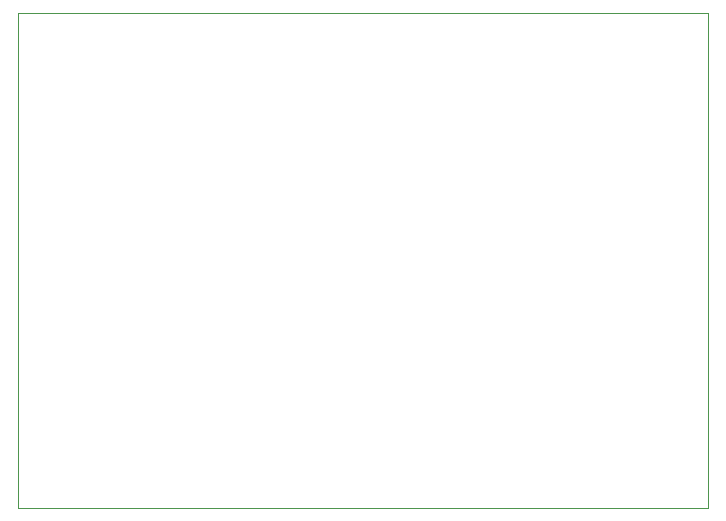
<source format=gbr>
G04 #@! TF.GenerationSoftware,KiCad,Pcbnew,(5.1.5-0-10_14)*
G04 #@! TF.CreationDate,2020-02-12T14:03:56+01:00*
G04 #@! TF.ProjectId,EDS_ALARM,4544535f-414c-4415-924d-2e6b69636164,rev?*
G04 #@! TF.SameCoordinates,Original*
G04 #@! TF.FileFunction,Profile,NP*
%FSLAX46Y46*%
G04 Gerber Fmt 4.6, Leading zero omitted, Abs format (unit mm)*
G04 Created by KiCad (PCBNEW (5.1.5-0-10_14)) date 2020-02-12 14:03:56*
%MOMM*%
%LPD*%
G04 APERTURE LIST*
%ADD10C,0.100000*%
G04 APERTURE END LIST*
D10*
X231140000Y-74930000D02*
X231140000Y-116840000D01*
X172720000Y-74930000D02*
X231140000Y-74930000D01*
X172720000Y-116840000D02*
X172720000Y-74930000D01*
X231140000Y-116840000D02*
X172720000Y-116840000D01*
M02*

</source>
